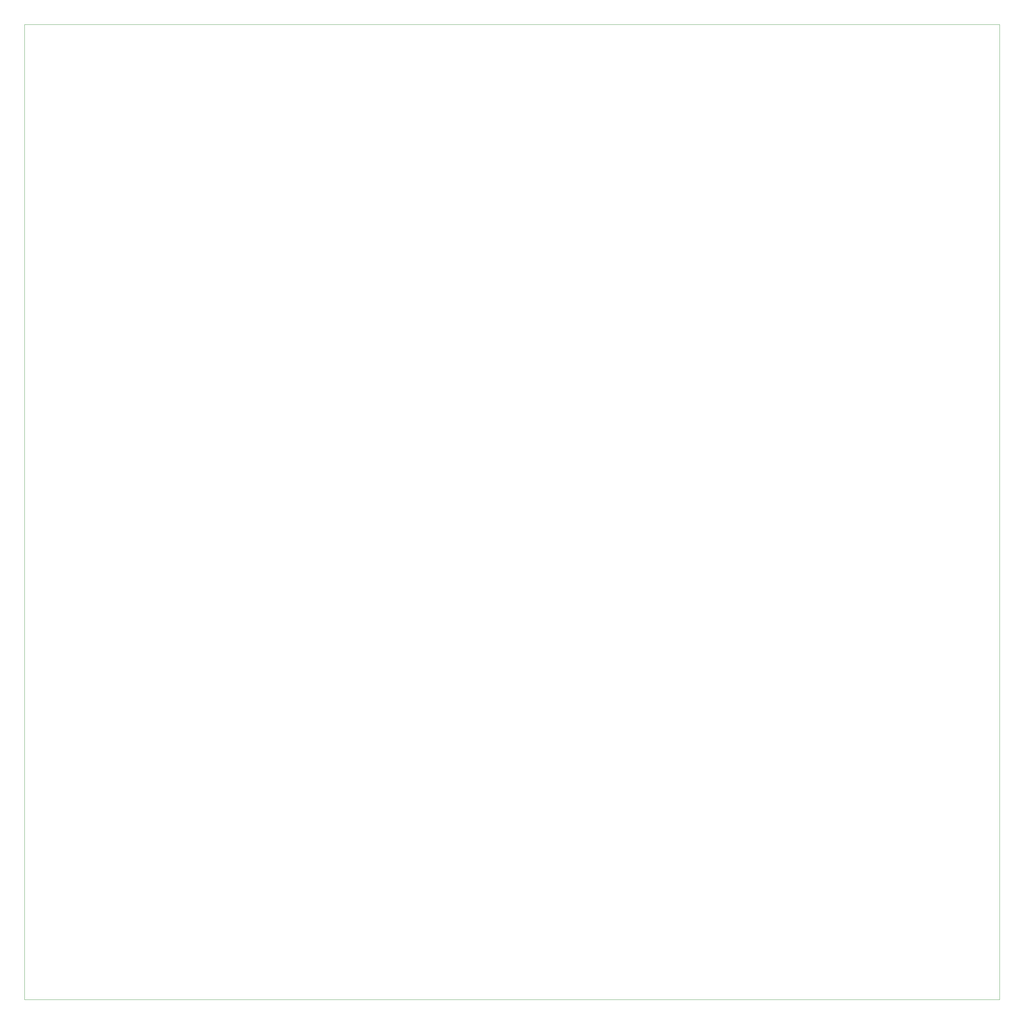
<source format=gbr>
G04 #@! TF.GenerationSoftware,KiCad,Pcbnew,(5.1.5-0-10_14)*
G04 #@! TF.CreationDate,2020-03-21T16:44:53+01:00*
G04 #@! TF.ProjectId,easypowerwall,65617379-706f-4776-9572-77616c6c2e6b,rev?*
G04 #@! TF.SameCoordinates,Original*
G04 #@! TF.FileFunction,Profile,NP*
%FSLAX46Y46*%
G04 Gerber Fmt 4.6, Leading zero omitted, Abs format (unit mm)*
G04 Created by KiCad (PCBNEW (5.1.5-0-10_14)) date 2020-03-21 16:44:53*
%MOMM*%
%LPD*%
G04 APERTURE LIST*
%ADD10C,0.100000*%
G04 APERTURE END LIST*
D10*
X273000000Y-13000000D02*
X273000000Y-273000000D01*
X13000000Y-13000000D02*
X273000000Y-13000000D01*
X13000000Y-273000000D02*
X13000000Y-13000000D01*
X273000000Y-273000000D02*
X13000000Y-273000000D01*
M02*

</source>
